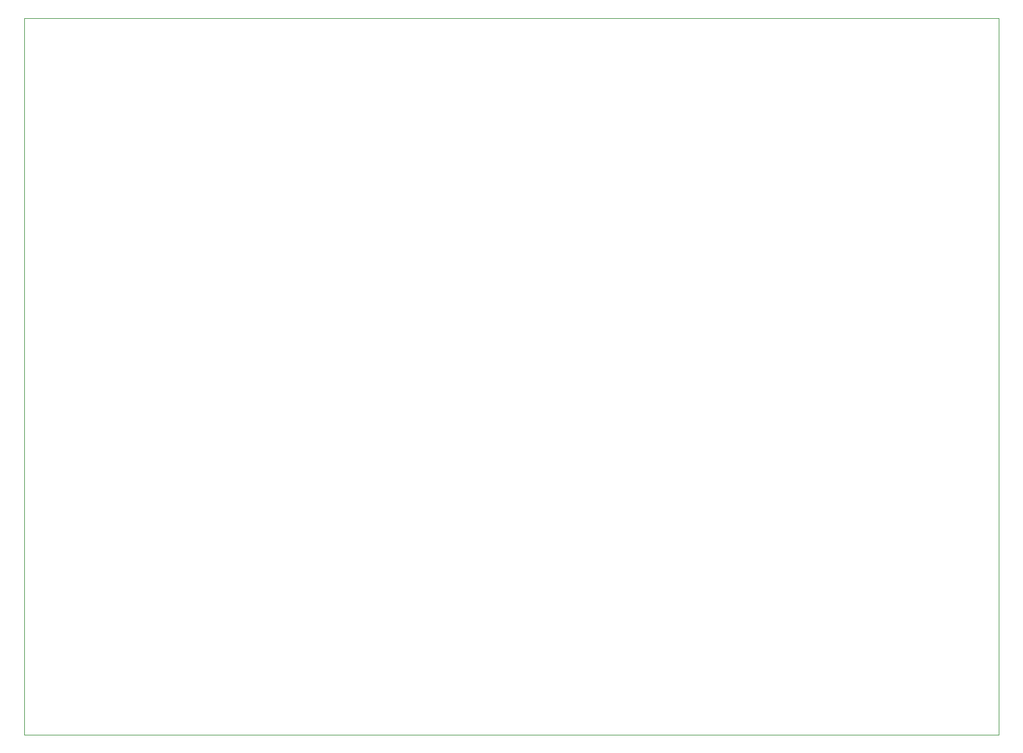
<source format=gbr>
%TF.GenerationSoftware,KiCad,Pcbnew,9.0.2*%
%TF.CreationDate,2025-05-27T21:30:05+02:00*%
%TF.ProjectId,mystery_box-v3,6d797374-6572-4795-9f62-6f782d76332e,rev?*%
%TF.SameCoordinates,Original*%
%TF.FileFunction,Profile,NP*%
%FSLAX46Y46*%
G04 Gerber Fmt 4.6, Leading zero omitted, Abs format (unit mm)*
G04 Created by KiCad (PCBNEW 9.0.2) date 2025-05-27 21:30:05*
%MOMM*%
%LPD*%
G01*
G04 APERTURE LIST*
%TA.AperFunction,Profile*%
%ADD10C,0.050000*%
%TD*%
G04 APERTURE END LIST*
D10*
X88500000Y-30500000D02*
X224500000Y-30500000D01*
X224500000Y-130500000D01*
X88500000Y-130500000D01*
X88500000Y-30500000D01*
M02*

</source>
